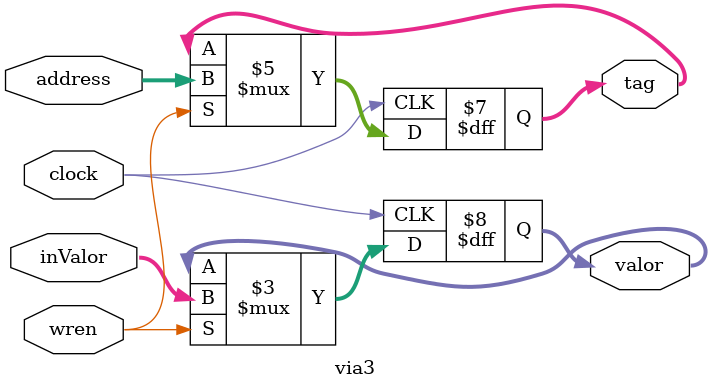
<source format=v>
module via3(
  input [6:0] address,
  input [7:0] inValor,
  input wren,
  input clock,
  
  output reg [6:0] tag,  
  output reg [7:0] valor
);

initial begin
  tag     = 7'd101;
  valor   = 8'd3;
end

always@(posedge clock)begin
  if(wren)begin
    valor  <= inValor;
    tag    <= address;
  end
end

endmodule


</source>
